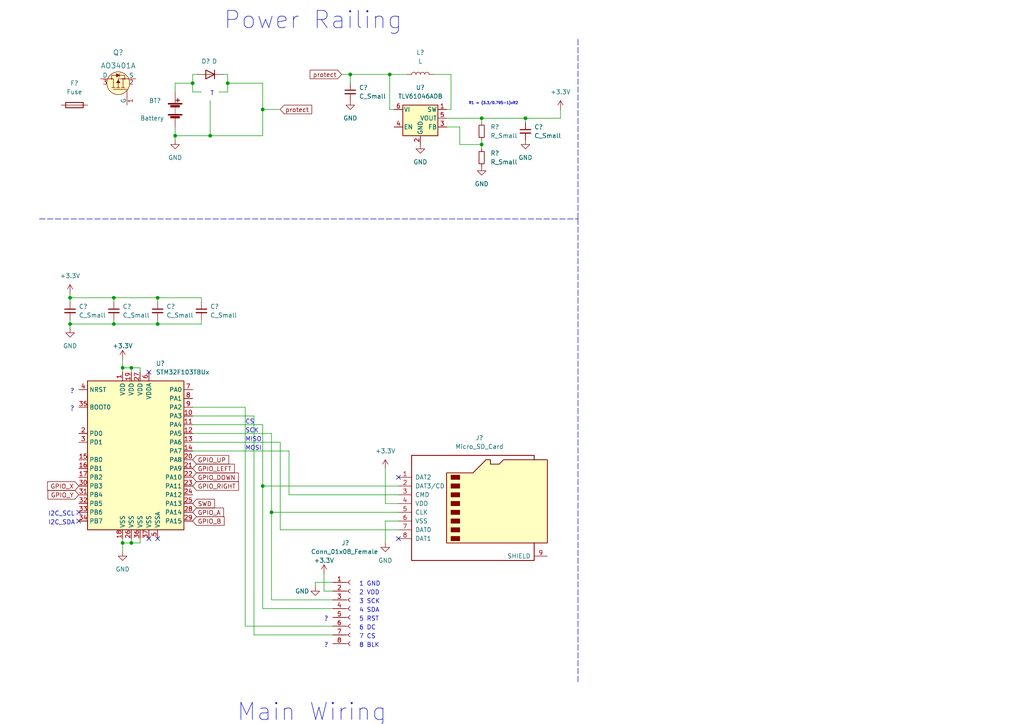
<source format=kicad_sch>
(kicad_sch (version 20211123) (generator eeschema)
  (paper "A4")
  (title_block (rev "v01") (comment 1 "idk") (comment 2 "idk") (comment 3 "Lincense: whydoineed") (comment 4 "Author: Me"))
  (lib_symbols
    (symbol "Connector:Conn_01x08_Female" (pin_names (offset 1.016) hide)
      (property "Reference" "J" (at 0 10.16 0))
      (property "Value" "Conn_01x08_Female" (at 0 -12.7 0))
      (symbol "Conn_01x08_Female_1_1"
        (arc (start 0 -9.652) (mid -0.508 -10.16) (end 0 -10.668) (stroke (width 0.1524)))
        (arc (start 0 -7.112) (mid -0.508 -7.62) (end 0 -8.128) (stroke (width 0.1524)))
        (arc (start 0 -4.572) (mid -0.508 -5.08) (end 0 -5.588) (stroke (width 0.1524)))
        (arc (start 0 -2.032) (mid -0.508 -2.54) (end 0 -3.048) (stroke (width 0.1524)))
        (polyline (pts (xy -1.27 -10.16) (xy -0.508 -10.16)) (stroke (width 0.1524)))
        (polyline (pts (xy -1.27 -7.62) (xy -0.508 -7.62)) (stroke (width 0.1524)))
        (polyline (pts (xy -1.27 -5.08) (xy -0.508 -5.08)) (stroke (width 0.1524)))
        (polyline (pts (xy -1.27 -2.54) (xy -0.508 -2.54)) (stroke (width 0.1524)))
        (polyline (pts (xy -1.27 0) (xy -0.508 0)) (stroke (width 0.1524)))
        (polyline (pts (xy -1.27 2.54) (xy -0.508 2.54)) (stroke (width 0.1524)))
        (polyline (pts (xy -1.27 5.08) (xy -0.508 5.08)) (stroke (width 0.1524)))
        (polyline (pts (xy -1.27 7.62) (xy -0.508 7.62)) (stroke (width 0.1524)))
        (arc (start 0 0.508) (mid -0.508 0) (end 0 -0.508) (stroke (width 0.1524)))
        (arc (start 0 3.048) (mid -0.508 2.54) (end 0 2.032) (stroke (width 0.1524)))
        (arc (start 0 5.588) (mid -0.508 5.08) (end 0 4.572) (stroke (width 0.1524)))
        (arc (start 0 8.128) (mid -0.508 7.62) (end 0 7.112) (stroke (width 0.1524)))
        (pin passive line (at -5.08 7.62 0) (length 3.81) (name "Pin_1") (number "1"))
        (pin passive line (at -5.08 5.08 0) (length 3.81) (name "Pin_2") (number "2"))
        (pin passive line (at -5.08 2.54 0) (length 3.81) (name "Pin_3") (number "3"))
        (pin passive line (at -5.08 0 0) (length 3.81) (name "Pin_4") (number "4"))
        (pin passive line (at -5.08 -2.54 0) (length 3.81) (name "Pin_5") (number "5"))
        (pin passive line (at -5.08 -5.08 0) (length 3.81) (name "Pin_6") (number "6"))
        (pin passive line (at -5.08 -7.62 0) (length 3.81) (name "Pin_7") (number "7"))
        (pin passive line (at -5.08 -10.16 0) (length 3.81) (name "Pin_8") (number "8"))
      )
    )
    (symbol "Connector:Micro_SD_Card" (pin_names (offset 1.016))
      (property "Reference" "J" (at -16.51 15.24 0))
      (property "Value" "Micro_SD_Card" (at 16.51 15.24 0))
      (symbol "Micro_SD_Card_0_1"
        (rectangle (start -7.62 -9.525) (end -5.08 -10.795) (fill (type outline)))
        (rectangle (start -7.62 -6.985) (end -5.08 -8.255) (fill (type outline)))
        (rectangle (start -7.62 -4.445) (end -5.08 -5.715) (fill (type outline)))
        (rectangle (start -7.62 -1.905) (end -5.08 -3.175) (fill (type outline)))
        (rectangle (start -7.62 0.635) (end -5.08 -0.635) (fill (type outline)))
        (rectangle (start -7.62 3.175) (end -5.08 1.905) (fill (type outline)))
        (rectangle (start -7.62 5.715) (end -5.08 4.445) (fill (type outline)))
        (rectangle (start -7.62 8.255) (end -5.08 6.985) (fill (type outline)))
        (polyline (pts (xy 16.51 12.7) (xy 16.51 13.97) (xy -19.05 13.97) (xy -19.05 -16.51) (xy 16.51 -16.51) (xy 16.51 -11.43)) (stroke (width 0.254)))
        (polyline (pts (xy -8.89 -11.43) (xy -8.89 8.89) (xy -1.27 8.89) (xy 2.54 12.7) (xy 3.81 12.7) (xy 3.81 11.43) (xy 6.35 11.43) (xy 7.62 12.7) (xy 20.32 12.7) (xy 20.32 -11.43) (xy -8.89 -11.43)) (stroke (width 0.254)) (fill (type background)))
      )
      (symbol "Micro_SD_Card_1_1"
        (pin bidirectional line (at -22.86 7.62 0) (length 3.81) (name "DAT2") (number "1"))
        (pin bidirectional line (at -22.86 5.08 0) (length 3.81) (name "DAT3/CD") (number "2"))
        (pin input line (at -22.86 2.54 0) (length 3.81) (name "CMD") (number "3"))
        (pin power_in line (at -22.86 0 0) (length 3.81) (name "VDD") (number "4"))
        (pin input line (at -22.86 -2.54 0) (length 3.81) (name "CLK") (number "5"))
        (pin power_in line (at -22.86 -5.08 0) (length 3.81) (name "VSS") (number "6"))
        (pin bidirectional line (at -22.86 -7.62 0) (length 3.81) (name "DAT0") (number "7"))
        (pin bidirectional line (at -22.86 -10.16 0) (length 3.81) (name "DAT1") (number "8"))
        (pin passive line (at 20.32 -15.24 180) (length 3.81) (name "SHIELD") (number "9"))
      )
    )
    (symbol "Device:Battery" (pin_numbers hide) (pin_names (offset 0) hide)
      (property "Reference" "BT" (at 2.54 2.54 0))
      (property "Value" "Battery" (at 2.54 0 0))
      (symbol "Battery_0_1"
        (rectangle (start -2.032 -1.397) (end 2.032 -1.651) (fill (type outline)))
        (rectangle (start -2.032 1.778) (end 2.032 1.524) (fill (type outline)))
        (rectangle (start -1.3208 -1.9812) (end 1.27 -2.4892) (fill (type outline)))
        (rectangle (start -1.3208 1.1938) (end 1.27 0.6858) (fill (type outline)))
        (polyline (pts (xy 0 -1.524) (xy 0 -1.27)))
        (polyline (pts (xy 0 -1.016) (xy 0 -0.762)))
        (polyline (pts (xy 0 -0.508) (xy 0 -0.254)))
        (polyline (pts (xy 0 0) (xy 0 0.254)))
        (polyline (pts (xy 0 0.508) (xy 0 0.762)))
        (polyline (pts (xy 0 1.778) (xy 0 2.54)))
        (polyline (pts (xy 0.254 2.667) (xy 1.27 2.667)) (stroke (width 0.254)))
        (polyline (pts (xy 0.762 3.175) (xy 0.762 2.159)) (stroke (width 0.254)))
      )
      (symbol "Battery_1_1"
        (pin passive line (at 0 5.08 270) (length 2.54) (name "+") (number "1"))
        (pin passive line (at 0 -5.08 90) (length 2.54) (name "-") (number "2"))
      )
    )
    (symbol "Device:C_Small" (pin_numbers hide) (pin_names (offset 0.254) hide)
      (property "Reference" "C" (at 0.254 1.778 0))
      (property "Value" "C_Small" (at 0.254 -2.032 0))
      (symbol "C_Small_0_1"
        (polyline (pts (xy -1.524 -0.508) (xy 1.524 -0.508)) (stroke (width 0.3302)))
        (polyline (pts (xy -1.524 0.508) (xy 1.524 0.508)) (stroke (width 0.3048)))
      )
      (symbol "C_Small_1_1"
        (pin passive line (at 0 2.54 270) (length 2.032) (name "~") (number "1"))
        (pin passive line (at 0 -2.54 90) (length 2.032) (name "~") (number "2"))
      )
    )
    (symbol "Device:D" (pin_numbers hide) (pin_names (offset 1.016) hide)
      (property "Reference" "D" (at 0 2.54 0))
      (property "Value" "D" (at 0 -2.54 0))
      (symbol "D_0_1"
        (polyline (pts (xy -1.27 1.27) (xy -1.27 -1.27)) (stroke (width 0.254)))
        (polyline (pts (xy 1.27 0) (xy -1.27 0)))
        (polyline (pts (xy 1.27 1.27) (xy 1.27 -1.27) (xy -1.27 0) (xy 1.27 1.27)) (stroke (width 0.254)))
      )
      (symbol "D_1_1"
        (pin passive line (at -3.81 0 0) (length 2.54) (name "K") (number "1"))
        (pin passive line (at 3.81 0 180) (length 2.54) (name "A") (number "2"))
      )
    )
    (symbol "Device:Fuse" (pin_numbers hide) (pin_names (offset 0))
      (property "Reference" "F" (at 2.032 0 90))
      (property "Value" "Fuse" (at -1.905 0 90))
      (symbol "Fuse_0_1"
        (rectangle (start -0.762 -2.54) (end 0.762 2.54) (stroke (width 0.254)))
        (polyline (pts (xy 0 2.54) (xy 0 -2.54)))
      )
      (symbol "Fuse_1_1"
        (pin passive line (at 0 3.81 270) (length 1.27) (name "~") (number "1"))
        (pin passive line (at 0 -3.81 90) (length 1.27) (name "~") (number "2"))
      )
    )
    (symbol "Device:L" (pin_numbers hide) (pin_names (offset 1.016) hide)
      (property "Reference" "L" (at -1.27 0 90))
      (property "Value" "L" (at 1.905 0 90))
      (symbol "L_0_1"
        (arc (start 0 -2.54) (mid 0.635 -1.905) (end 0 -1.27))
        (arc (start 0 -1.27) (mid 0.635 -0.635) (end 0 0))
        (arc (start 0 0) (mid 0.635 0.635) (end 0 1.27))
        (arc (start 0 1.27) (mid 0.635 1.905) (end 0 2.54))
      )
      (symbol "L_1_1"
        (pin passive line (at 0 3.81 270) (length 1.27) (name "1") (number "1"))
        (pin passive line (at 0 -3.81 90) (length 1.27) (name "2") (number "2"))
      )
    )
    (symbol "Device:R_Small" (pin_numbers hide) (pin_names (offset 0.254) hide)
      (property "Reference" "R" (at 0.762 0.508 0))
      (property "Value" "R_Small" (at 0.762 -1.016 0))
      (symbol "R_Small_0_1"
        (rectangle (start -0.762 1.778) (end 0.762 -1.778) (stroke (width 0.2032)))
      )
      (symbol "R_Small_1_1"
        (pin passive line (at 0 2.54 270) (length 0.762) (name "~") (number "1"))
        (pin passive line (at 0 -2.54 90) (length 0.762) (name "~") (number "2"))
      )
    )
    (symbol "MCU_ST_STM32F1:STM32F103TBUx"
      (property "Reference" "U" (at -15.24 21.59 0))
      (property "Value" "STM32F103TBUx" (at 5.08 21.59 0))
      (symbol "STM32F103TBUx_0_1"
        (rectangle (start -15.24 -22.86) (end 12.7 20.32) (stroke (width 0.254)) (fill (type background)))
      )
      (symbol "STM32F103TBUx_1_1"
        (pin power_in line (at -5.08 22.86 270) (length 2.54) (name "VDD") (number "1"))
        (pin bidirectional line (at 15.24 10.16 180) (length 2.54) (name "PA3") (number "10"))
        (pin bidirectional line (at 15.24 7.62 180) (length 2.54) (name "PA4") (number "11"))
        (pin bidirectional line (at 15.24 5.08 180) (length 2.54) (name "PA5") (number "12"))
        (pin bidirectional line (at 15.24 2.54 180) (length 2.54) (name "PA6") (number "13"))
        (pin bidirectional line (at 15.24 0 180) (length 2.54) (name "PA7") (number "14"))
        (pin bidirectional line (at -17.78 -2.54 0) (length 2.54) (name "PB0") (number "15"))
        (pin bidirectional line (at -17.78 -5.08 0) (length 2.54) (name "PB1") (number "16"))
        (pin bidirectional line (at -17.78 -7.62 0) (length 2.54) (name "PB2") (number "17"))
        (pin power_in line (at -5.08 -25.4 90) (length 2.54) (name "VSS") (number "18"))
        (pin power_in line (at -2.54 22.86 270) (length 2.54) (name "VDD") (number "19"))
        (pin input line (at -17.78 5.08 0) (length 2.54) (name "PD0") (number "2"))
        (pin bidirectional line (at 15.24 -2.54 180) (length 2.54) (name "PA8") (number "20"))
        (pin bidirectional line (at 15.24 -5.08 180) (length 2.54) (name "PA9") (number "21"))
        (pin bidirectional line (at 15.24 -7.62 180) (length 2.54) (name "PA10") (number "22"))
        (pin bidirectional line (at 15.24 -10.16 180) (length 2.54) (name "PA11") (number "23"))
        (pin bidirectional line (at 15.24 -12.7 180) (length 2.54) (name "PA12") (number "24"))
        (pin bidirectional line (at 15.24 -15.24 180) (length 2.54) (name "PA13") (number "25"))
        (pin power_in line (at -2.54 -25.4 90) (length 2.54) (name "VSS") (number "26"))
        (pin power_in line (at 0 22.86 270) (length 2.54) (name "VDD") (number "27"))
        (pin bidirectional line (at 15.24 -17.78 180) (length 2.54) (name "PA14") (number "28"))
        (pin bidirectional line (at 15.24 -20.32 180) (length 2.54) (name "PA15") (number "29"))
        (pin input line (at -17.78 2.54 0) (length 2.54) (name "PD1") (number "3"))
        (pin bidirectional line (at -17.78 -10.16 0) (length 2.54) (name "PB3") (number "30"))
        (pin bidirectional line (at -17.78 -12.7 0) (length 2.54) (name "PB4") (number "31"))
        (pin bidirectional line (at -17.78 -15.24 0) (length 2.54) (name "PB5") (number "32"))
        (pin bidirectional line (at -17.78 -17.78 0) (length 2.54) (name "PB6") (number "33"))
        (pin bidirectional line (at -17.78 -20.32 0) (length 2.54) (name "PB7") (number "34"))
        (pin input line (at -17.78 12.7 0) (length 2.54) (name "BOOT0") (number "35"))
        (pin power_in line (at 0 -25.4 90) (length 2.54) (name "VSS") (number "36"))
        (pin power_in line (at 2.54 -25.4 90) (length 2.54) (name "VSS") (number "37"))
        (pin input line (at -17.78 17.78 0) (length 2.54) (name "NRST") (number "4"))
        (pin power_in line (at 5.08 -25.4 90) (length 2.54) (name "VSSA") (number "5"))
        (pin power_in line (at 2.54 22.86 270) (length 2.54) (name "VDDA") (number "6"))
        (pin bidirectional line (at 15.24 17.78 180) (length 2.54) (name "PA0") (number "7"))
        (pin bidirectional line (at 15.24 15.24 180) (length 2.54) (name "PA1") (number "8"))
        (pin bidirectional line (at 15.24 12.7 180) (length 2.54) (name "PA2") (number "9"))
      )
    )
    (symbol "Regulator_Switching:TLV61046ADB" (pin_names (offset 0.254))
      (property "Reference" "U" (at -5.08 7.62 0))
      (property "Value" "TLV61046ADB" (at 0 7.62 0))
      (symbol "TLV61046ADB_0_1"
        (rectangle (start -5.08 6.35) (end 5.08 -2.54) (stroke (width 0.254)) (fill (type background)))
      )
      (symbol "TLV61046ADB_1_1"
        (pin power_in line (at 7.62 5.08 180) (length 2.54) (name "SW") (number "1"))
        (pin power_in line (at 0 -5.08 90) (length 2.54) (name "GND") (number "2"))
        (pin input line (at 7.62 0 180) (length 2.54) (name "FB") (number "3"))
        (pin input line (at -7.62 0 0) (length 2.54) (name "EN") (number "4"))
        (pin power_out line (at 7.62 2.54 180) (length 2.54) (name "VOUT") (number "5"))
        (pin power_in line (at -7.62 5.08 0) (length 2.54) (name "VI") (number "6"))
      )
    )
    (symbol "dk_Transistors-FETs-MOSFETs-Single:AO3401A" (pin_names (offset 0))
      (property "Reference" "Q" (at -2.6924 3.6322 0))
      (property "Value" "AO3401A" (at 3.4544 0 90))
      (symbol "AO3401A_0_1"
        (circle (center -1.27 0) (radius 3.302) (fill (type background)))
        (circle (center 0 -1.905) (radius 0.127))
        (circle (center 0 -1.397) (radius 0.127))
        (polyline (pts (xy 0 -1.397) (xy -2.54 -1.397)))
        (polyline (pts (xy -5.08 -2.54) (xy -3.048 -2.54) (xy -3.048 1.397)))
        (polyline (pts (xy 0 -2.54) (xy 0 0) (xy -2.54 0)))
        (polyline (pts (xy 0 2.54) (xy 0 1.397) (xy -2.54 1.397)))
        (polyline (pts (xy -0.127 -1.905) (xy 1.016 -1.905) (xy 1.016 1.397) (xy 1.016 1.905) (xy -0.127 1.905)))
        (circle (center 0 1.905) (radius 0.127))
      )
      (symbol "AO3401A_1_1"
        (polyline (pts (xy -2.54 -1.397) (xy -2.54 -1.905)))
        (polyline (pts (xy -2.54 -1.397) (xy -2.54 -0.889)))
        (polyline (pts (xy -2.54 0) (xy -2.54 -0.508)))
        (polyline (pts (xy -2.54 0) (xy -2.54 0.508)))
        (polyline (pts (xy -2.54 1.905) (xy -2.54 0.889)))
        (polyline (pts (xy 1.524 -0.3048) (xy 0.508 -0.3048)))
        (polyline (pts (xy -0.381 0) (xy -1.143 0.508) (xy -1.143 -0.508) (xy -0.381 0)) (fill (type outline)))
        (polyline (pts (xy 1.016 -0.254) (xy 0.508 0.508) (xy 1.524 0.508) (xy 1.016 -0.254)) (fill (type outline)))
        (pin bidirectional line (at -7.62 -2.54 0) (length 2.54) (name "G") (number "1"))
        (pin bidirectional line (at 0 -5.08 90) (length 2.54) (name "S") (number "2"))
        (pin bidirectional line (at 0 5.08 270) (length 2.54) (name "D") (number "3"))
      )
    )
    (symbol "power:+3.3V" (power) (pin_names (offset 0))
      (property "Value" "+3.3V" (at 0 3.556 0))
      (symbol "+3.3V_0_1"
        (polyline (pts (xy -0.762 1.27) (xy 0 2.54)))
        (polyline (pts (xy 0 0) (xy 0 2.54)))
        (polyline (pts (xy 0 2.54) (xy 0.762 1.27)))
      )
      (symbol "+3.3V_1_1"
        (pin power_in line (at 0 0 90) (length 0) hide (name "+3.3V") (number "1"))
      )
    )
    (symbol "power:GND" (power) (pin_names (offset 0))
      (property "Value" "GND" (at 0 -3.81 0))
      (symbol "GND_0_1"
        (polyline (pts (xy 0 0) (xy 0 -1.27) (xy 1.27 -1.27) (xy 0 -2.54) (xy -1.27 -1.27) (xy 0 -1.27)))
      )
      (symbol "GND_1_1"
        (pin power_in line (at 0 0 270) (length 0) hide (name "GND") (number "1"))
      )
    )
  )
  (junction (at 60.96 39.37))
  (junction (at 45.72 93.98))
  (junction (at 152.4 34.29))
  (junction (at 35.56 157.48))
  (junction (at 45.72 86.36))
  (junction (at 76.2 31.75))
  (junction (at 38.1 106.68))
  (junction (at 76.2 140.97))
  (junction (at 20.32 93.98))
  (junction (at 38.1 157.48))
  (junction (at 113.03 21.59))
  (junction (at 50.8 39.37))
  (junction (at 139.7 34.29))
  (junction (at 139.7 41.91))
  (junction (at 20.32 86.36))
  (junction (at 55.88 24.13))
  (junction (at 101.6 21.59))
  (junction (at 33.02 93.98))
  (junction (at 33.02 86.36))
  (junction (at 66.04 24.13))
  (junction (at 78.74 148.59))
  (junction (at 35.56 106.68))
  (no_connect (at 43.18 107.95))
  (no_connect (at 115.57 138.43))
  (no_connect (at 43.18 156.21))
  (no_connect (at 22.86 151.13))
  (no_connect (at 45.72 156.21))
  (no_connect (at 22.86 148.59))
  (no_connect (at 115.57 156.21))
  (wire (pts (xy 55.88 125.73) (xy 78.74 125.73)))
  (wire (pts (xy 99.06 21.59) (xy 101.6 21.59)))
  (wire (pts (xy 45.72 93.98) (xy 45.72 92.71)))
  (wire (pts (xy 38.1 157.48) (xy 38.1 156.21)))
  (wire (pts (xy 114.3 31.75) (xy 113.03 31.75)))
  (wire (pts (xy 93.98 166.37) (xy 93.98 171.45)))
  (wire (pts (xy 20.32 92.71) (xy 20.32 93.98)))
  (wire (pts (xy 35.56 156.21) (xy 35.56 157.48)))
  (wire (pts (xy 38.1 106.68) (xy 35.56 106.68)))
  (wire (pts (xy 58.42 93.98) (xy 45.72 93.98)))
  (wire (pts (xy 71.12 118.11) (xy 71.12 181.61)))
  (wire (pts (xy 111.76 151.13) (xy 111.76 157.48)))
  (wire (pts (xy 40.64 107.95) (xy 40.64 106.68)))
  (wire (pts (xy 33.02 86.36) (xy 33.02 87.63)))
  (wire (pts (xy 73.66 120.65) (xy 73.66 184.15)))
  (wire (pts (xy 139.7 34.29) (xy 139.7 35.56)))
  (wire (pts (xy 66.04 21.59) (xy 66.04 24.13)))
  (wire (pts (xy 55.88 24.13) (xy 55.88 21.59)))
  (wire (pts (xy 113.03 21.59) (xy 118.11 21.59)))
  (wire (pts (xy 76.2 31.75) (xy 81.28 31.75)))
  (wire (pts (xy 111.76 135.89) (xy 111.76 146.05)))
  (wire (pts (xy 66.04 24.13) (xy 66.04 26.67)))
  (wire (pts (xy 130.81 31.75) (xy 129.54 31.75)))
  (wire (pts (xy 139.7 34.29) (xy 152.4 34.29)))
  (wire (pts (xy 38.1 157.48) (xy 40.64 157.48)))
  (polyline (pts (xy 11.43 63.5) (xy 167.64 63.5)))
  (wire (pts (xy 83.82 130.81) (xy 83.82 143.51)))
  (wire (pts (xy 55.88 24.13) (xy 55.88 26.67)))
  (wire (pts (xy 96.52 171.45) (xy 93.98 171.45)))
  (wire (pts (xy 91.44 168.91) (xy 91.44 170.18)))
  (wire (pts (xy 66.04 24.13) (xy 76.2 24.13)))
  (wire (pts (xy 81.28 153.67) (xy 115.57 153.67)))
  (polyline (pts (xy 167.64 11.43) (xy 167.64 63.5)))
  (wire (pts (xy 50.8 39.37) (xy 50.8 40.64)))
  (wire (pts (xy 139.7 41.91) (xy 139.7 43.18)))
  (wire (pts (xy 133.35 36.83) (xy 133.35 41.91)))
  (wire (pts (xy 113.03 21.59) (xy 101.6 21.59)))
  (wire (pts (xy 45.72 86.36) (xy 33.02 86.36)))
  (wire (pts (xy 55.88 21.59) (xy 57.15 21.59)))
  (wire (pts (xy 35.56 157.48) (xy 35.56 160.02)))
  (wire (pts (xy 76.2 31.75) (xy 76.2 39.37)))
  (wire (pts (xy 35.56 104.14) (xy 35.56 106.68)))
  (wire (pts (xy 58.42 92.71) (xy 58.42 93.98)))
  (wire (pts (xy 20.32 86.36) (xy 20.32 87.63)))
  (wire (pts (xy 129.54 34.29) (xy 139.7 34.29)))
  (wire (pts (xy 20.32 85.09) (xy 20.32 86.36)))
  (wire (pts (xy 60.96 29.21) (xy 60.96 39.37)))
  (wire (pts (xy 81.28 128.27) (xy 81.28 153.67)))
  (wire (pts (xy 115.57 146.05) (xy 111.76 146.05)))
  (wire (pts (xy 38.1 106.68) (xy 38.1 107.95)))
  (wire (pts (xy 33.02 92.71) (xy 33.02 93.98)))
  (wire (pts (xy 35.56 106.68) (xy 35.56 107.95)))
  (wire (pts (xy 76.2 140.97) (xy 115.57 140.97)))
  (wire (pts (xy 55.88 128.27) (xy 81.28 128.27)))
  (wire (pts (xy 40.64 157.48) (xy 40.64 156.21)))
  (wire (pts (xy 152.4 34.29) (xy 162.56 34.29)))
  (wire (pts (xy 152.4 35.56) (xy 152.4 34.29)))
  (wire (pts (xy 78.74 148.59) (xy 115.57 148.59)))
  (wire (pts (xy 50.8 36.83) (xy 50.8 39.37)))
  (wire (pts (xy 76.2 39.37) (xy 60.96 39.37)))
  (wire (pts (xy 162.56 31.75) (xy 162.56 34.29)))
  (wire (pts (xy 129.54 36.83) (xy 133.35 36.83)))
  (wire (pts (xy 76.2 123.19) (xy 55.88 123.19)))
  (wire (pts (xy 40.64 106.68) (xy 38.1 106.68)))
  (wire (pts (xy 78.74 125.73) (xy 78.74 148.59)))
  (wire (pts (xy 76.2 123.19) (xy 76.2 140.97)))
  (wire (pts (xy 45.72 86.36) (xy 58.42 86.36)))
  (wire (pts (xy 113.03 31.75) (xy 113.03 21.59)))
  (wire (pts (xy 33.02 86.36) (xy 20.32 86.36)))
  (wire (pts (xy 133.35 41.91) (xy 139.7 41.91)))
  (wire (pts (xy 96.52 176.53) (xy 76.2 176.53)))
  (wire (pts (xy 60.96 39.37) (xy 50.8 39.37)))
  (wire (pts (xy 50.8 24.13) (xy 50.8 26.67)))
  (wire (pts (xy 125.73 21.59) (xy 130.81 21.59)))
  (wire (pts (xy 35.56 157.48) (xy 38.1 157.48)))
  (wire (pts (xy 115.57 151.13) (xy 111.76 151.13)))
  (wire (pts (xy 130.81 21.59) (xy 130.81 31.75)))
  (wire (pts (xy 55.88 120.65) (xy 73.66 120.65)))
  (wire (pts (xy 73.66 184.15) (xy 96.52 184.15)))
  (wire (pts (xy 20.32 93.98) (xy 20.32 95.25)))
  (wire (pts (xy 55.88 118.11) (xy 71.12 118.11)))
  (wire (pts (xy 33.02 93.98) (xy 45.72 93.98)))
  (wire (pts (xy 55.88 130.81) (xy 83.82 130.81)))
  (wire (pts (xy 139.7 40.64) (xy 139.7 41.91)))
  (wire (pts (xy 96.52 168.91) (xy 91.44 168.91)))
  (wire (pts (xy 96.52 173.99) (xy 78.74 173.99)))
  (wire (pts (xy 58.42 86.36) (xy 58.42 87.63)))
  (wire (pts (xy 78.74 173.99) (xy 78.74 148.59)))
  (wire (pts (xy 45.72 87.63) (xy 45.72 86.36)))
  (wire (pts (xy 20.32 93.98) (xy 33.02 93.98)))
  (wire (pts (xy 76.2 24.13) (xy 76.2 31.75)))
  (wire (pts (xy 64.77 21.59) (xy 66.04 21.59)))
  (wire (pts (xy 101.6 21.59) (xy 101.6 24.13)))
  (wire (pts (xy 50.8 24.13) (xy 55.88 24.13)))
  (wire (pts (xy 76.2 176.53) (xy 76.2 140.97)))
  (wire (pts (xy 71.12 181.61) (xy 96.52 181.61)))
  (wire (pts (xy 83.82 143.51) (xy 115.57 143.51)))
  (wire (pts (xy 63.5 26.67) (xy 66.04 26.67)))
  (wire (pts (xy 55.88 26.67) (xy 58.42 26.67)))
  (polyline (pts (xy 167.64 63.5) (xy 167.64 198.12)))
  (text "5 RST" (at 104.14 180.34 0) (effects (font (size 1.27 1.27)) (justify left bottom)))
  (text "3 SCK" (at 104.14 175.26 0) (effects (font (size 1.27 1.27)) (justify left bottom)))
  (text "CS" (at 71.12 123.19 0) (effects (font (size 1.27 1.27)) (justify left bottom)))
  (text "8 BLK" (at 104.14 187.96 0) (effects (font (size 1.27 1.27)) (justify left bottom)))
  (text "Main Wiring\n" (at 68.58 209.55 0) (effects (font (size 5 5)) (justify left bottom)))
  (text "?" (at 20.32 119.38 0) (effects (font (size 1.27 1.27)) (justify left bottom)))
  (text "I2C_SCL\n" (at 13.97 149.86 0) (effects (font (size 1.27 1.27)) (justify left bottom)))
  (text "T" (at 60.96 27.94 0) (effects (font (size 1.27 1.27)) (justify left bottom)))
  (text "Power Railing" (at 64.77 8.89 0) (effects (font (size 5 5)) (justify left bottom)))
  (text "MOSI" (at 71.12 130.81 0) (effects (font (size 1.27 1.27)) (justify left bottom)))
  (text "4 SDA" (at 104.14 177.8 0) (effects (font (size 1.27 1.27)) (justify left bottom)))
  (text "1 GND" (at 104.14 170.18 0) (effects (font (size 1.27 1.27)) (justify left bottom)))
  (text "2 VDD" (at 104.14 172.72 0) (effects (font (size 1.27 1.27)) (justify left bottom)))
  (text "7 CS" (at 104.14 185.42 0) (effects (font (size 1.27 1.27)) (justify left bottom)))
  (text "?" (at 93.98 187.96 0) (effects (font (size 1.27 1.27)) (justify left bottom)))
  (text "SCK" (at 71.12 125.73 0) (effects (font (size 1.27 1.27)) (justify left bottom)))
  (text "R1 = (3.3/0.795-1)xR2" (at 135.89 30.48 0) (effects (font (size 0.762 0.762)) (justify left bottom)))
  (text "I2C_SDA" (at 13.97 152.4 0) (effects (font (size 1.27 1.27)) (justify left bottom)))
  (text "?" (at 20.32 114.3 0) (effects (font (size 1.27 1.27)) (justify left bottom)))
  (text "MISO" (at 71.12 128.27 0) (effects (font (size 1.27 1.27)) (justify left bottom)))
  (text "6 DC" (at 104.14 182.88 0) (effects (font (size 1.27 1.27)) (justify left bottom)))
  (text "?" (at 93.98 180.34 0) (effects (font (size 1.27 1.27)) (justify left bottom)))
  (global_label "GPIO_UP" (shape input) (at 55.88 133.35 0) (property "Intersheet References" "${INTERSHEET_REFS}" (effects hide)))
  (global_label "GPIO_B" (shape input) (at 55.88 151.13 0) (property "Intersheet References" "${INTERSHEET_REFS}" (effects hide)))
  (global_label "protect" (shape input) (at 81.28 31.75 0) (property "Intersheet References" "${INTERSHEET_REFS}" (effects hide)))
  (global_label "GPIO_DOWN" (shape input) (at 55.88 138.43 0) (property "Intersheet References" "${INTERSHEET_REFS}" (effects hide)))
  (global_label "GPIO_X" (shape input) (at 22.86 140.97 180) (property "Intersheet References" "${INTERSHEET_REFS}" (effects hide)))
  (global_label "SWD" (shape input) (at 55.88 146.05 0) (property "Intersheet References" "${INTERSHEET_REFS}" (effects hide)))
  (global_label "GPIO_A" (shape input) (at 55.88 148.59 0) (property "Intersheet References" "${INTERSHEET_REFS}" (effects hide)))
  (global_label "protect" (shape input) (at 99.06 21.59 180) (property "Intersheet References" "${INTERSHEET_REFS}" (effects hide)))
  (global_label "GPIO_LEFT" (shape input) (at 55.88 135.89 0) (property "Intersheet References" "${INTERSHEET_REFS}" (effects hide)))
  (global_label "GPIO_Y" (shape input) (at 22.86 143.51 180) (property "Intersheet References" "${INTERSHEET_REFS}" (effects hide)))
  (global_label "GPIO_RIGHT" (shape input) (at 55.88 140.97 0) (property "Intersheet References" "${INTERSHEET_REFS}" (effects hide)))
  (symbol (lib_id "dk_Transistors-FETs-MOSFETs-Single:AO3401A") (at 34.29 22.86 90) (unit 1)
    (property "Reference" "Q?" (at 34.29 15.24 90) (effects (font (size 1.524 1.524))))
    (property "Value" "AO3401A" (at 34.29 19.05 90) (effects (font (size 1.524 1.524))))
    (property "Footprint" "digikey-footprints:SOT-23-3" (effects hide))
    (property "Datasheet" "http://aosmd.com/res/data_sheets/AO3401A.pdf" (effects hide))
    (property "Digi-Key_PN" "785-1001-1-ND" (effects hide))
    (property "MPN" "AO3401A" (effects hide))
    (property "Category" "Discrete Semiconductor Products" (effects hide))
    (property "Family" "Transistors - FETs, MOSFETs - Single" (effects hide))
    (property "DK_Datasheet_Link" "http://aosmd.com/res/data_sheets/AO3401A.pdf" (effects hide))
    (property "DK_Detail_Page" "/product-detail/en/alpha-omega-semiconductor-inc/AO3401A/785-1001-1-ND/1855943" (effects hide))
    (property "Description" "MOSFET P-CH 30V 4A SOT23" (effects hide))
    (property "Manufacturer" "Alpha & Omega Semiconductor Inc." (effects hide))
    (property "Status" "Active" (effects hide))
  )
  (symbol (lib_id "Connector:Conn_01x08_Female") (at 101.6 176.53 0) (unit 1)
    (property "Reference" "J?" (at 99.06 157.48 0) (effects (justify left)))
    (property "Value" "Conn_01x08_Female" (at 90.17 160.02 0) (effects (justify left)))
    (property "Footprint" "Connector_PinHeader_2.54mm:PinHeader_1x08_P2.54mm_Vertical" (effects hide))
  )
  (symbol (lib_id "Device:Fuse") (at 21.59 30.48 90) (unit 1)
    (property "Reference" "F?" (at 21.59 24.13 90))
    (property "Value" "Fuse" (at 21.59 26.67 90))
  )
  (symbol (lib_id "power:+3.3V") (at 111.76 135.89 0) (unit 1)
    (property "Reference" "#PWR?" (effects hide))
    (property "Value" "+3.3V" (at 111.76 130.81 0))
  )
  (symbol (lib_id "Device:D") (at 60.96 21.59 180) (unit 1)
    (property "Reference" "D?" (at 59.69 17.78 0))
    (property "Value" "D" (at 62.23 17.78 0))
  )
  (symbol (lib_id "Connector:Micro_SD_Card") (at 138.43 146.05 0) (unit 1)
    (property "Reference" "J?" (at 139.065 127 0))
    (property "Value" "Micro_SD_Card" (at 139.065 129.54 0))
    (property "Datasheet" "http://katalog.we-online.de/em/datasheet/693072010801.pdf" (effects hide))
  )
  (symbol (lib_id "power:+3.3V") (at 93.98 166.37 0) (unit 1)
    (property "Reference" "#PWR?" (effects hide))
    (property "Value" "+3.3V" (at 93.98 162.56 0))
  )
  (symbol (lib_id "Device:C_Small") (at 152.4 38.1 0) (unit 1)
    (property "Reference" "C?" (at 154.94 36.8362 0) (effects (justify left)))
    (property "Value" "C_Small" (at 154.94 39.3762 0) (effects (justify left)))
  )
  (symbol (lib_id "power:GND") (at 35.56 160.02 0) (unit 1)
    (property "Reference" "#PWR?" (effects hide))
    (property "Value" "GND" (at 35.56 165.1 0))
  )
  (symbol (lib_id "power:GND") (at 152.4 40.64 0) (unit 1)
    (property "Reference" "#PWR?" (effects hide))
    (property "Value" "GND" (at 152.4 45.72 0))
  )
  (symbol (lib_id "power:GND") (at 139.7 48.26 0) (unit 1)
    (property "Reference" "#PWR?" (effects hide))
    (property "Value" "GND" (at 139.7 53.34 0))
  )
  (symbol (lib_id "power:GND") (at 20.32 95.25 0) (unit 1)
    (property "Reference" "#PWR?" (effects hide))
    (property "Value" "GND" (at 20.32 100.33 0))
  )
  (symbol (lib_id "Device:Battery") (at 50.8 31.75 0) (unit 1)
    (property "Reference" "BT?" (at 43.18 29.21 0) (effects (justify left)))
    (property "Value" "Battery" (at 40.64 34.29 0) (effects (justify left)))
  )
  (symbol (lib_id "power:+3.3V") (at 35.56 104.14 0) (unit 1)
    (property "Reference" "#PWR?" (effects hide))
    (property "Value" "+3.3V" (at 35.56 100.33 0))
  )
  (symbol (lib_id "power:GND") (at 111.76 157.48 0) (unit 1)
    (property "Reference" "#PWR?" (effects hide))
    (property "Value" "GND" (at 111.76 162.56 0))
  )
  (symbol (lib_id "power:GND") (at 101.6 29.21 0) (unit 1)
    (property "Reference" "#PWR?" (effects hide))
    (property "Value" "GND" (at 101.6 34.29 0))
  )
  (symbol (lib_id "power:GND") (at 50.8 40.64 0) (unit 1)
    (property "Reference" "#PWR?" (effects hide))
    (property "Value" "GND" (at 50.8 45.72 0))
  )
  (symbol (lib_id "MCU_ST_STM32F1:STM32F103TBUx") (at 40.64 130.81 0) (unit 1)
    (property "Reference" "U?" (at 45.1994 105.41 0) (effects (justify left)))
    (property "Value" "STM32F103TBUx" (at 45.1994 107.95 0) (effects (justify left)))
    (property "Footprint" "Package_DFN_QFN:QFN-36-1EP_6x6mm_P0.5mm_EP4.1x4.1mm" (effects hide))
    (property "Datasheet" "http://www.st.com/st-web-ui/static/active/en/resource/technical/document/datasheet/CD00161566.pdf" (effects hide))
  )
  (symbol (lib_id "Device:C_Small") (at 58.42 90.17 0) (unit 1)
    (property "Reference" "C?" (at 60.96 88.9062 0) (effects (justify left)))
    (property "Value" "C_Small" (at 60.96 91.4462 0) (effects (justify left)))
  )
  (symbol (lib_id "power:GND") (at 91.44 170.18 0) (unit 1)
    (property "Reference" "#PWR?" (effects hide))
    (property "Value" "GND" (at 87.63 171.45 0))
  )
  (symbol (lib_id "Device:R_Small") (at 139.7 45.72 0) (unit 1)
    (property "Reference" "R?" (at 142.24 44.4499 0) (effects (justify left)))
    (property "Value" "R_Small" (at 142.24 46.9899 0) (effects (justify left)))
  )
  (symbol (lib_id "power:GND") (at 121.92 41.91 0) (unit 1)
    (property "Reference" "#PWR?" (effects hide))
    (property "Value" "GND" (at 121.92 46.99 0))
  )
  (symbol (lib_id "Device:C_Small") (at 33.02 90.17 0) (unit 1)
    (property "Reference" "C?" (at 35.56 88.9062 0) (effects (justify left)))
    (property "Value" "C_Small" (at 35.56 91.4462 0) (effects (justify left)))
  )
  (symbol (lib_id "Device:R_Small") (at 139.7 38.1 0) (unit 1)
    (property "Reference" "R?" (at 142.24 36.8299 0) (effects (justify left)))
    (property "Value" "R_Small" (at 142.24 39.3699 0) (effects (justify left)))
  )
  (symbol (lib_id "power:+3.3V") (at 162.56 31.75 0) (unit 1)
    (property "Reference" "#PWR?" (effects hide))
    (property "Value" "+3.3V" (at 162.56 26.67 0))
  )
  (symbol (lib_id "Device:L") (at 121.92 21.59 90) (unit 1)
    (property "Reference" "L?" (at 121.92 15.24 90))
    (property "Value" "L" (at 121.92 17.78 90))
  )
  (symbol (lib_id "Device:C_Small") (at 20.32 90.17 0) (unit 1)
    (property "Reference" "C?" (at 22.86 88.9062 0) (effects (justify left)))
    (property "Value" "C_Small" (at 22.86 91.4462 0) (effects (justify left)))
  )
  (symbol (lib_id "Regulator_Switching:TLV61046ADB") (at 121.92 36.83 0) (unit 1)
    (property "Reference" "U?" (at 121.92 25.4 0))
    (property "Value" "TLV61046ADB" (at 121.92 27.94 0))
    (property "Footprint" "Package_TO_SOT_SMD:SOT-23-6" (effects hide))
    (property "Datasheet" "http://www.ti.com/lit/ds/symlink/tlv61046a.pdf" (effects hide))
  )
  (symbol (lib_id "Device:C_Small") (at 45.72 90.17 0) (unit 1)
    (property "Reference" "C?" (at 48.26 88.9062 0) (effects (justify left)))
    (property "Value" "C_Small" (at 48.26 91.4462 0) (effects (justify left)))
  )
  (symbol (lib_id "power:+3.3V") (at 20.32 85.09 0) (unit 1)
    (property "Reference" "#PWR?" (effects hide))
    (property "Value" "+3.3V" (at 20.32 80.01 0))
  )
  (symbol (lib_id "Device:C_Small") (at 101.6 26.67 0) (unit 1)
    (property "Reference" "C?" (at 104.14 25.4062 0) (effects (justify left)))
    (property "Value" "C_Small" (at 104.14 27.9462 0) (effects (justify left)))
  )
)
</source>
